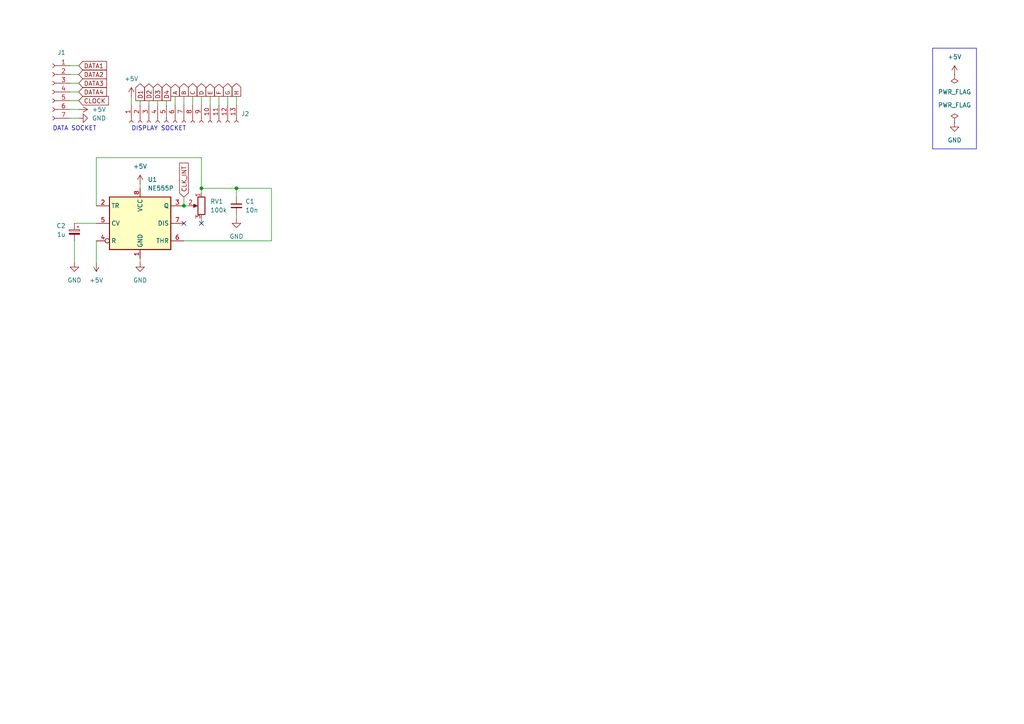
<source format=kicad_sch>
(kicad_sch (version 20231120) (generator "eeschema") (generator_version "8.0")
  (paper "A4")
  (title_block (title "Seven segment display driver") (date "2024-05-30") (rev "1.0.0") (company "PUT") (comment 1 "555 timer example"))
  (lib_symbols
    (symbol "+5V_1" (power) (pin_numbers hide) (pin_names (offset 0) hide)
      (property "Value" "+5V" (at 0 3.556 0))
      (symbol "+5V_1_0_1"
        (polyline (pts (xy -0.762 1.27) (xy 0 2.54)))
        (polyline (pts (xy 0 0) (xy 0 2.54)))
        (polyline (pts (xy 0 2.54) (xy 0.762 1.27)))
      )
      (symbol "+5V_1_1_1"
        (pin power_in line (at 0 0 90) (length 0) (name "~") (number "1"))
      )
    )
    (symbol "+5V_2" (power) (pin_numbers hide) (pin_names (offset 0) hide)
      (property "Value" "+5V" (at 0 3.556 0))
      (symbol "+5V_2_0_1"
        (polyline (pts (xy -0.762 1.27) (xy 0 2.54)))
        (polyline (pts (xy 0 0) (xy 0 2.54)))
        (polyline (pts (xy 0 2.54) (xy 0.762 1.27)))
      )
      (symbol "+5V_2_1_1"
        (pin power_in line (at 0 0 90) (length 0) (name "~") (number "1"))
      )
    )
    (symbol "Connector:Conn_01x07_Socket" (pin_names (offset 1.016) hide)
      (property "Reference" "J" (at 0 10.16 0))
      (property "Value" "Conn_01x07_Socket" (at 0 -10.16 0))
      (symbol "Conn_01x07_Socket_1_1"
        (arc (start 0 -7.112) (mid -0.5058 -7.62) (end 0 -8.128) (stroke (width 0.1524)))
        (arc (start 0 -4.572) (mid -0.5058 -5.08) (end 0 -5.588) (stroke (width 0.1524)))
        (arc (start 0 -2.032) (mid -0.5058 -2.54) (end 0 -3.048) (stroke (width 0.1524)))
        (polyline (pts (xy -1.27 -7.62) (xy -0.508 -7.62)) (stroke (width 0.1524)))
        (polyline (pts (xy -1.27 -5.08) (xy -0.508 -5.08)) (stroke (width 0.1524)))
        (polyline (pts (xy -1.27 -2.54) (xy -0.508 -2.54)) (stroke (width 0.1524)))
        (polyline (pts (xy -1.27 0) (xy -0.508 0)) (stroke (width 0.1524)))
        (polyline (pts (xy -1.27 2.54) (xy -0.508 2.54)) (stroke (width 0.1524)))
        (polyline (pts (xy -1.27 5.08) (xy -0.508 5.08)) (stroke (width 0.1524)))
        (polyline (pts (xy -1.27 7.62) (xy -0.508 7.62)) (stroke (width 0.1524)))
        (arc (start 0 0.508) (mid -0.5058 0) (end 0 -0.508) (stroke (width 0.1524)))
        (arc (start 0 3.048) (mid -0.5058 2.54) (end 0 2.032) (stroke (width 0.1524)))
        (arc (start 0 5.588) (mid -0.5058 5.08) (end 0 4.572) (stroke (width 0.1524)))
        (arc (start 0 8.128) (mid -0.5058 7.62) (end 0 7.112) (stroke (width 0.1524)))
        (pin passive line (at -5.08 7.62 0) (length 3.81) (name "Pin_1") (number "1"))
        (pin passive line (at -5.08 5.08 0) (length 3.81) (name "Pin_2") (number "2"))
        (pin passive line (at -5.08 2.54 0) (length 3.81) (name "Pin_3") (number "3"))
        (pin passive line (at -5.08 0 0) (length 3.81) (name "Pin_4") (number "4"))
        (pin passive line (at -5.08 -2.54 0) (length 3.81) (name "Pin_5") (number "5"))
        (pin passive line (at -5.08 -5.08 0) (length 3.81) (name "Pin_6") (number "6"))
        (pin passive line (at -5.08 -7.62 0) (length 3.81) (name "Pin_7") (number "7"))
      )
    )
    (symbol "Connector:Conn_01x13_Socket" (pin_names (offset 1.016) hide)
      (property "Reference" "J" (at 0 17.78 0))
      (property "Value" "Conn_01x13_Socket" (at 0 -17.78 0))
      (symbol "Conn_01x13_Socket_1_1"
        (arc (start 0 -14.732) (mid -0.5058 -15.24) (end 0 -15.748) (stroke (width 0.1524)))
        (arc (start 0 -12.192) (mid -0.5058 -12.7) (end 0 -13.208) (stroke (width 0.1524)))
        (arc (start 0 -9.652) (mid -0.5058 -10.16) (end 0 -10.668) (stroke (width 0.1524)))
        (arc (start 0 -7.112) (mid -0.5058 -7.62) (end 0 -8.128) (stroke (width 0.1524)))
        (arc (start 0 -4.572) (mid -0.5058 -5.08) (end 0 -5.588) (stroke (width 0.1524)))
        (arc (start 0 -2.032) (mid -0.5058 -2.54) (end 0 -3.048) (stroke (width 0.1524)))
        (polyline (pts (xy -1.27 -15.24) (xy -0.508 -15.24)) (stroke (width 0.1524)))
        (polyline (pts (xy -1.27 -12.7) (xy -0.508 -12.7)) (stroke (width 0.1524)))
        (polyline (pts (xy -1.27 -10.16) (xy -0.508 -10.16)) (stroke (width 0.1524)))
        (polyline (pts (xy -1.27 -7.62) (xy -0.508 -7.62)) (stroke (width 0.1524)))
        (polyline (pts (xy -1.27 -5.08) (xy -0.508 -5.08)) (stroke (width 0.1524)))
        (polyline (pts (xy -1.27 -2.54) (xy -0.508 -2.54)) (stroke (width 0.1524)))
        (polyline (pts (xy -1.27 0) (xy -0.508 0)) (stroke (width 0.1524)))
        (polyline (pts (xy -1.27 2.54) (xy -0.508 2.54)) (stroke (width 0.1524)))
        (polyline (pts (xy -1.27 5.08) (xy -0.508 5.08)) (stroke (width 0.1524)))
        (polyline (pts (xy -1.27 7.62) (xy -0.508 7.62)) (stroke (width 0.1524)))
        (polyline (pts (xy -1.27 10.16) (xy -0.508 10.16)) (stroke (width 0.1524)))
        (polyline (pts (xy -1.27 12.7) (xy -0.508 12.7)) (stroke (width 0.1524)))
        (polyline (pts (xy -1.27 15.24) (xy -0.508 15.24)) (stroke (width 0.1524)))
        (arc (start 0 0.508) (mid -0.5058 0) (end 0 -0.508) (stroke (width 0.1524)))
        (arc (start 0 3.048) (mid -0.5058 2.54) (end 0 2.032) (stroke (width 0.1524)))
        (arc (start 0 5.588) (mid -0.5058 5.08) (end 0 4.572) (stroke (width 0.1524)))
        (arc (start 0 8.128) (mid -0.5058 7.62) (end 0 7.112) (stroke (width 0.1524)))
        (arc (start 0 10.668) (mid -0.5058 10.16) (end 0 9.652) (stroke (width 0.1524)))
        (arc (start 0 13.208) (mid -0.5058 12.7) (end 0 12.192) (stroke (width 0.1524)))
        (arc (start 0 15.748) (mid -0.5058 15.24) (end 0 14.732) (stroke (width 0.1524)))
        (pin passive line (at -5.08 15.24 0) (length 3.81) (name "Pin_1") (number "1"))
        (pin passive line (at -5.08 -7.62 0) (length 3.81) (name "Pin_10") (number "10"))
        (pin passive line (at -5.08 -10.16 0) (length 3.81) (name "Pin_11") (number "11"))
        (pin passive line (at -5.08 -12.7 0) (length 3.81) (name "Pin_12") (number "12"))
        (pin passive line (at -5.08 -15.24 0) (length 3.81) (name "Pin_13") (number "13"))
        (pin passive line (at -5.08 12.7 0) (length 3.81) (name "Pin_2") (number "2"))
        (pin passive line (at -5.08 10.16 0) (length 3.81) (name "Pin_3") (number "3"))
        (pin passive line (at -5.08 7.62 0) (length 3.81) (name "Pin_4") (number "4"))
        (pin passive line (at -5.08 5.08 0) (length 3.81) (name "Pin_5") (number "5"))
        (pin passive line (at -5.08 2.54 0) (length 3.81) (name "Pin_6") (number "6"))
        (pin passive line (at -5.08 0 0) (length 3.81) (name "Pin_7") (number "7"))
        (pin passive line (at -5.08 -2.54 0) (length 3.81) (name "Pin_8") (number "8"))
        (pin passive line (at -5.08 -5.08 0) (length 3.81) (name "Pin_9") (number "9"))
      )
    )
    (symbol "Device:C_Polarized_Small" (pin_numbers hide) (pin_names (offset 0.254) hide)
      (property "Reference" "C" (at 0.254 1.778 0))
      (property "Value" "C_Polarized_Small" (at 0.254 -2.032 0))
      (symbol "C_Polarized_Small_0_1"
        (rectangle (start -1.524 -0.3048) (end 1.524 -0.6858) (fill (type outline)))
        (rectangle (start -1.524 0.6858) (end 1.524 0.3048))
        (polyline (pts (xy -1.27 1.524) (xy -0.762 1.524)))
        (polyline (pts (xy -1.016 1.27) (xy -1.016 1.778)))
      )
      (symbol "C_Polarized_Small_1_1"
        (pin passive line (at 0 2.54 270) (length 1.8542) (name "~") (number "1"))
        (pin passive line (at 0 -2.54 90) (length 1.8542) (name "~") (number "2"))
      )
    )
    (symbol "Device:C_Small" (pin_numbers hide) (pin_names (offset 0.254) hide)
      (property "Reference" "C" (at 0.254 1.778 0))
      (property "Value" "C_Small" (at 0.254 -2.032 0))
      (symbol "C_Small_0_1"
        (polyline (pts (xy -1.524 -0.508) (xy 1.524 -0.508)) (stroke (width 0.3302)))
        (polyline (pts (xy -1.524 0.508) (xy 1.524 0.508)) (stroke (width 0.3048)))
      )
      (symbol "C_Small_1_1"
        (pin passive line (at 0 2.54 270) (length 2.032) (name "~") (number "1"))
        (pin passive line (at 0 -2.54 90) (length 2.032) (name "~") (number "2"))
      )
    )
    (symbol "Device:R_Potentiometer" (pin_names (offset 1.016) hide)
      (property "Reference" "RV" (at -4.445 0 90))
      (property "Value" "R_Potentiometer" (at -2.54 0 90))
      (symbol "R_Potentiometer_0_1"
        (polyline (pts (xy 2.54 0) (xy 1.524 0)))
        (polyline (pts (xy 1.143 0) (xy 2.286 0.508) (xy 2.286 -0.508) (xy 1.143 0)) (fill (type outline)))
        (rectangle (start 1.016 2.54) (end -1.016 -2.54) (stroke (width 0.254)))
      )
      (symbol "R_Potentiometer_1_1"
        (pin passive line (at 0 3.81 270) (length 1.27) (name "1") (number "1"))
        (pin passive line (at 3.81 0 180) (length 1.27) (name "2") (number "2"))
        (pin passive line (at 0 -3.81 90) (length 1.27) (name "3") (number "3"))
      )
    )
    (symbol "GND_1" (power) (pin_numbers hide) (pin_names (offset 0) hide)
      (property "Value" "GND" (at 0 -3.81 0))
      (symbol "GND_1_0_1"
        (polyline (pts (xy 0 0) (xy 0 -1.27) (xy 1.27 -1.27) (xy 0 -2.54) (xy -1.27 -1.27) (xy 0 -1.27)))
      )
      (symbol "GND_1_1_1"
        (pin power_in line (at 0 0 270) (length 0) (name "~") (number "1"))
      )
    )
    (symbol "Timer:NE555P"
      (property "Reference" "U" (at -10.16 8.89 0))
      (property "Value" "NE555P" (at 2.54 8.89 0))
      (symbol "NE555P_0_0"
        (pin power_in line (at 0 -10.16 90) (length 2.54) (name "GND") (number "1"))
        (pin power_in line (at 0 10.16 270) (length 2.54) (name "VCC") (number "8"))
      )
      (symbol "NE555P_0_1"
        (rectangle (start -8.89 -7.62) (end 8.89 7.62) (stroke (width 0.254)) (fill (type background)))
        (rectangle (start -8.89 -7.62) (end 8.89 7.62) (stroke (width 0.254)) (fill (type background)))
      )
      (symbol "NE555P_1_1"
        (pin input line (at -12.7 5.08 0) (length 3.81) (name "TR") (number "2"))
        (pin output line (at 12.7 5.08 180) (length 3.81) (name "Q") (number "3"))
        (pin input inverted (at -12.7 -5.08 0) (length 3.81) (name "R") (number "4"))
        (pin input line (at -12.7 0 0) (length 3.81) (name "CV") (number "5"))
        (pin input line (at 12.7 -5.08 180) (length 3.81) (name "THR") (number "6"))
        (pin input line (at 12.7 0 180) (length 3.81) (name "DIS") (number "7"))
      )
    )
    (symbol "power:GND" (power) (pin_numbers hide) (pin_names (offset 0) hide)
      (property "Value" "GND" (at 0 -3.81 0))
      (symbol "GND_0_1"
        (polyline (pts (xy 0 0) (xy 0 -1.27) (xy 1.27 -1.27) (xy 0 -2.54) (xy -1.27 -1.27) (xy 0 -1.27)))
      )
      (symbol "GND_1_1"
        (pin power_in line (at 0 0 270) (length 0) (name "~") (number "1"))
      )
    )
    (symbol "power:PWR_FLAG" (power) (pin_numbers hide) (pin_names (offset 0) hide)
      (property "Value" "PWR_FLAG" (at 0 3.81 0))
      (symbol "PWR_FLAG_0_0"
        (pin power_out line (at 0 0 90) (length 0) (name "~") (number "1"))
      )
      (symbol "PWR_FLAG_0_1"
        (polyline (pts (xy 0 0) (xy 0 1.27) (xy -1.016 1.905) (xy 0 2.54) (xy 1.016 1.905) (xy 0 1.27)))
      )
    )
  )
  (junction (at 53.34 59.69))
  (junction (at 68.58 54.61))
  (junction (at 58.42 54.61))
  (no_connect (at 53.34 64.77))
  (no_connect (at 58.42 64.77))
  (wire (pts (xy 58.42 45.72) (xy 58.42 54.61)))
  (wire (pts (xy 53.34 27.94) (xy 53.34 30.48)))
  (wire (pts (xy 78.74 54.61) (xy 68.58 54.61)))
  (wire (pts (xy 60.96 27.94) (xy 60.96 30.48)))
  (wire (pts (xy 20.32 19.05) (xy 22.86 19.05)))
  (wire (pts (xy 55.88 27.94) (xy 55.88 30.48)))
  (wire (pts (xy 53.34 59.69) (xy 54.61 59.69)))
  (wire (pts (xy 78.74 69.85) (xy 78.74 54.61)))
  (wire (pts (xy 53.34 57.15) (xy 53.34 59.69)))
  (wire (pts (xy 20.32 29.21) (xy 22.86 29.21)))
  (wire (pts (xy 58.42 54.61) (xy 68.58 54.61)))
  (wire (pts (xy 58.42 64.77) (xy 58.42 63.5)))
  (wire (pts (xy 48.26 29.21) (xy 48.26 30.48)))
  (wire (pts (xy 27.94 69.85) (xy 27.94 76.2)))
  (wire (pts (xy 58.42 55.88) (xy 58.42 54.61)))
  (wire (pts (xy 43.18 29.21) (xy 43.18 30.48)))
  (wire (pts (xy 40.64 53.34) (xy 40.64 54.61)))
  (wire (pts (xy 58.42 27.94) (xy 58.42 30.48)))
  (wire (pts (xy 20.32 21.59) (xy 22.86 21.59)))
  (wire (pts (xy 63.5 27.94) (xy 63.5 30.48)))
  (wire (pts (xy 27.94 45.72) (xy 58.42 45.72)))
  (wire (pts (xy 20.32 34.29) (xy 22.86 34.29)))
  (wire (pts (xy 68.58 54.61) (xy 68.58 57.15)))
  (wire (pts (xy 53.34 69.85) (xy 78.74 69.85)))
  (wire (pts (xy 21.59 69.85) (xy 21.59 76.2)))
  (wire (pts (xy 38.1 27.94) (xy 38.1 30.48)))
  (wire (pts (xy 45.72 29.21) (xy 45.72 30.48)))
  (wire (pts (xy 50.8 27.94) (xy 50.8 30.48)))
  (wire (pts (xy 21.59 64.77) (xy 27.94 64.77)))
  (wire (pts (xy 68.58 62.23) (xy 68.58 63.5)))
  (wire (pts (xy 20.32 26.67) (xy 22.86 26.67)))
  (wire (pts (xy 66.04 27.94) (xy 66.04 30.48)))
  (wire (pts (xy 68.58 27.94) (xy 68.58 30.48)))
  (wire (pts (xy 20.32 24.13) (xy 22.86 24.13)))
  (wire (pts (xy 27.94 59.69) (xy 27.94 45.72)))
  (wire (pts (xy 40.64 29.21) (xy 40.64 30.48)))
  (wire (pts (xy 40.64 74.93) (xy 40.64 76.2)))
  (wire (pts (xy 20.32 31.75) (xy 22.86 31.75)))
  (rectangle (start 270.51 13.97) (end 283.21 43.18))
  (text "DISPLAY SOCKET" (at 38.1 38.1 0) (effects (font (size 1.27 1.27)) (justify left bottom)))
  (text "DATA SOCKET" (at 15.24 38.1 0) (effects (font (size 1.27 1.27)) (justify left bottom)))
  (global_label "D4" (shape output) (at 48.26 29.21 90) (property "Intersheetrefs" "${INTERSHEET_REFS}" (effects (hide yes))))
  (global_label "DATA4" (shape input) (at 22.86 26.67 0) (property "Intersheetrefs" "${INTERSHEET_REFS}" (effects (hide yes))))
  (global_label "CLOCK" (shape input) (at 22.86 29.21 0) (property "Intersheetrefs" "${INTERSHEET_REFS}" (effects (hide yes))))
  (global_label "D" (shape output) (at 58.42 27.94 90) (property "Intersheetrefs" "${INTERSHEET_REFS}" (effects (hide yes))))
  (global_label "D3" (shape output) (at 45.72 29.21 90) (property "Intersheetrefs" "${INTERSHEET_REFS}" (effects (hide yes))))
  (global_label "B" (shape output) (at 53.34 27.94 90) (property "Intersheetrefs" "${INTERSHEET_REFS}" (effects (hide yes))))
  (global_label "C" (shape output) (at 55.88 27.94 90) (property "Intersheetrefs" "${INTERSHEET_REFS}" (effects (hide yes))))
  (global_label "E" (shape output) (at 60.96 27.94 90) (property "Intersheetrefs" "${INTERSHEET_REFS}" (effects (hide yes))))
  (global_label "H" (shape output) (at 68.58 27.94 90) (property "Intersheetrefs" "${INTERSHEET_REFS}" (effects (hide yes))))
  (global_label "A" (shape output) (at 50.8 27.94 90) (property "Intersheetrefs" "${INTERSHEET_REFS}" (effects (hide yes))))
  (global_label "G" (shape output) (at 66.04 27.94 90) (property "Intersheetrefs" "${INTERSHEET_REFS}" (effects (hide yes))))
  (global_label "D1" (shape output) (at 40.64 29.21 90) (property "Intersheetrefs" "${INTERSHEET_REFS}" (effects (hide yes))))
  (global_label "DATA2" (shape input) (at 22.86 21.59 0) (property "Intersheetrefs" "${INTERSHEET_REFS}" (effects (hide yes))))
  (global_label "D2" (shape output) (at 43.18 29.21 90) (property "Intersheetrefs" "${INTERSHEET_REFS}" (effects (hide yes))))
  (global_label "F" (shape output) (at 63.5 27.94 90) (property "Intersheetrefs" "${INTERSHEET_REFS}" (effects (hide yes))))
  (global_label "DATA1" (shape input) (at 22.86 19.05 0) (property "Intersheetrefs" "${INTERSHEET_REFS}" (effects (hide yes))))
  (global_label "CLK_INT" (shape input) (at 53.34 57.15 90) (property "Intersheetrefs" "${INTERSHEET_REFS}" (effects (hide yes))))
  (global_label "DATA3" (shape input) (at 22.86 24.13 0) (property "Intersheetrefs" "${INTERSHEET_REFS}" (effects (hide yes))))
  (symbol (lib_name "+5V_2") (lib_id "power:+5V") (at 22.86 31.75 270) (unit 1)
    (property "Reference" "#PWR04" (effects (hide yes)))
    (property "Value" "+5V" (at 26.67 31.7499 90) (effects (justify left)))
    (property "Description" "Power symbol creates a global label with name \"+5V\"" (effects (hide yes)))
  )
  (symbol (lib_id "Connector:Conn_01x07_Socket") (at 15.24 26.67 0) (mirror y) (unit 1)
    (property "Reference" "J1" (at 19.05 15.24 0) (effects (justify left)))
    (property "Value" "Conn_01x07_Socket" (effects (hide yes)))
    (property "Footprint" "Connector_PinSocket_2.54mm:PinSocket_1x07_P2.54mm_Horizontal" (effects (hide yes)))
  )
  (symbol (lib_id "power:GND") (at 22.86 34.29 90) (unit 1)
    (property "Reference" "#PWR010" (effects (hide yes)))
    (property "Value" "GND" (at 26.67 34.2899 90) (effects (justify right)))
    (property "Description" "Power symbol creates a global label with name \"GND\" , ground" (effects (hide yes)))
  )
  (symbol (lib_id "Device:C_Polarized_Small") (at 21.59 67.31 0) (mirror y) (unit 1)
    (property "Reference" "C2" (at 19.05 65.4939 0) (effects (justify left)))
    (property "Value" "1u" (at 19.05 68.0339 0) (effects (justify left)))
    (property "Footprint" "Capacitor_THT:CP_Radial_D5.0mm_P2.50mm" (effects (hide yes)))
  )
  (symbol (lib_name "GND_1") (lib_id "power:GND") (at 276.86 35.56 0) (unit 1)
    (property "Reference" "#PWR01" (effects (hide yes)))
    (property "Value" "GND" (at 276.86 40.64 0))
    (property "Description" "Power symbol creates a global label with name \"GND\" , ground" (effects (hide yes)))
  )
  (symbol (lib_id "Connector:Conn_01x13_Socket") (at 53.34 35.56 90) (mirror x) (unit 1)
    (property "Reference" "J2" (at 71.12 33.02 90))
    (property "Value" "Conn_01x13_Socket" (effects (hide yes)))
    (property "Footprint" "Connector_PinSocket_2.54mm:PinSocket_1x13_P2.54mm_Vertical" (effects (hide yes)))
  )
  (symbol (lib_name "+5V_1") (lib_id "power:+5V") (at 276.86 21.59 0) (unit 1)
    (property "Reference" "#PWR02" (effects (hide yes)))
    (property "Value" "+5V" (at 276.86 16.51 0))
    (property "Description" "Power symbol creates a global label with name \"+5V\"" (effects (hide yes)))
  )
  (symbol (lib_id "Device:C_Small") (at 68.58 59.69 0) (unit 1)
    (property "Reference" "C1" (at 71.12 58.4263 0) (effects (justify left)))
    (property "Value" "10n" (at 71.12 60.9663 0) (effects (justify left)))
    (property "Footprint" "Capacitor_THT:C_Disc_D4.7mm_W2.5mm_P5.00mm" (effects (hide yes)))
  )
  (symbol (lib_id "Device:R_Potentiometer") (at 58.42 59.69 0) (mirror y) (unit 1)
    (property "Reference" "RV1" (at 60.96 58.42 0) (effects (justify right)))
    (property "Value" "100k" (at 60.96 60.96 0) (effects (justify right)))
    (property "Footprint" "Potentiometer_THT:Potentiometer_Bourns_3386F_Vertical" (effects (hide yes)))
  )
  (symbol (lib_id "power:PWR_FLAG") (at 276.86 21.59 180) (unit 1)
    (property "Reference" "#FLG01" (effects (hide yes)))
    (property "Value" "PWR_FLAG" (at 276.86 26.67 0))
    (property "Description" "Special symbol for telling ERC where power comes from" (effects (hide yes)))
  )
  (symbol (lib_id "power:GND") (at 21.59 76.2 0) (unit 1)
    (property "Reference" "#PWR06" (effects (hide yes)))
    (property "Value" "GND" (at 21.59 81.28 0))
    (property "Description" "Power symbol creates a global label with name \"GND\" , ground" (effects (hide yes)))
  )
  (symbol (lib_id "power:GND") (at 40.64 76.2 0) (unit 1)
    (property "Reference" "#PWR03" (effects (hide yes)))
    (property "Value" "GND" (at 40.64 81.28 0))
    (property "Description" "Power symbol creates a global label with name \"GND\" , ground" (effects (hide yes)))
  )
  (symbol (lib_name "+5V_2") (lib_id "power:+5V") (at 38.1 27.94 0) (unit 1)
    (property "Reference" "#PWR05" (effects (hide yes)))
    (property "Value" "+5V" (at 38.1 22.86 0))
    (property "Description" "Power symbol creates a global label with name \"+5V\"" (effects (hide yes)))
  )
  (symbol (lib_id "power:GND") (at 68.58 63.5 0) (unit 1)
    (property "Reference" "#PWR09" (effects (hide yes)))
    (property "Value" "GND" (at 68.58 68.58 0))
    (property "Description" "Power symbol creates a global label with name \"GND\" , ground" (effects (hide yes)))
  )
  (symbol (lib_name "+5V_2") (lib_id "power:+5V") (at 40.64 53.34 0) (unit 1)
    (property "Reference" "#PWR07" (effects (hide yes)))
    (property "Value" "+5V" (at 40.64 48.26 0))
    (property "Description" "Power symbol creates a global label with name \"+5V\"" (effects (hide yes)))
  )
  (symbol (lib_id "power:PWR_FLAG") (at 276.86 35.56 0) (unit 1)
    (property "Reference" "#FLG02" (effects (hide yes)))
    (property "Value" "PWR_FLAG" (at 276.86 30.48 0))
    (property "Description" "Special symbol for telling ERC where power comes from" (effects (hide yes)))
  )
  (symbol (lib_id "Timer:NE555P") (at 40.64 64.77 0) (unit 1)
    (property "Reference" "U1" (at 42.8341 52.07 0) (effects (justify left)))
    (property "Value" "NE555P" (at 42.8341 54.61 0) (effects (justify left)))
    (property "Footprint" "Package_DIP:DIP-8_W7.62mm" (effects (hide yes)))
    (property "Datasheet" "http://www.ti.com/lit/ds/symlink/ne555.pdf" (effects (hide yes)))
  )
  (symbol (lib_name "+5V_2") (lib_id "power:+5V") (at 27.94 76.2 180) (unit 1)
    (property "Reference" "#PWR08" (effects (hide yes)))
    (property "Value" "+5V" (at 27.94 81.28 0))
    (property "Description" "Power symbol creates a global label with name \"+5V\"" (effects (hide yes)))
  )
)
</source>
